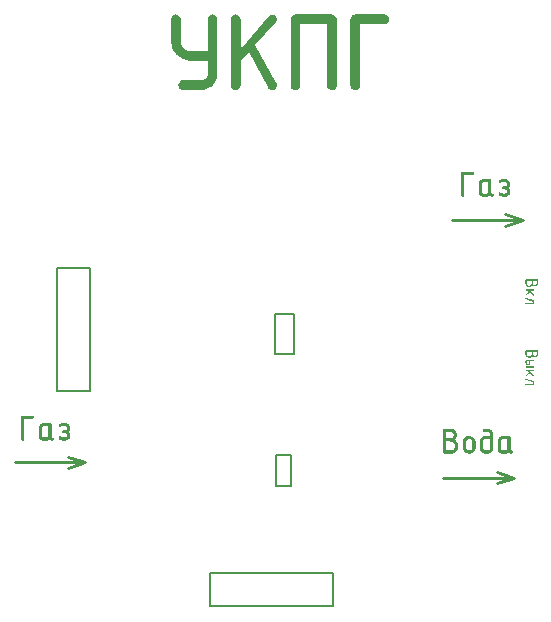
<source format=gto>
G04 Layer_Color=65535*
%FSLAX44Y44*%
%MOMM*%
G71*
G01*
G75*
%ADD21C,0.2000*%
%ADD22C,0.2540*%
G36*
X497003Y274073D02*
X497101Y274034D01*
X497179Y273956D01*
X497276Y273878D01*
X497335Y273741D01*
X497354Y273566D01*
Y273546D01*
Y273488D01*
X497335Y273390D01*
X497296Y273293D01*
X497218Y273215D01*
X497140Y273117D01*
X497003Y273058D01*
X496828Y273039D01*
X494214D01*
Y271986D01*
Y271966D01*
Y271947D01*
Y271830D01*
X494175Y271674D01*
X494136Y271479D01*
X494058Y271244D01*
X493960Y270991D01*
X493804Y270737D01*
X493589Y270503D01*
X493570Y270484D01*
X493472Y270406D01*
X493355Y270308D01*
X493180Y270191D01*
X492965Y270074D01*
X492711Y269976D01*
X492419Y269898D01*
X492107Y269879D01*
X491951D01*
X491795Y269918D01*
X491580Y269957D01*
X491346Y270035D01*
X491092Y270133D01*
X490839Y270289D01*
X490605Y270503D01*
X490585Y270523D01*
X490507Y270620D01*
X490410Y270737D01*
X490312Y270913D01*
X490195Y271127D01*
X490098Y271381D01*
X490019Y271674D01*
X490000Y271986D01*
Y273566D01*
Y273585D01*
Y273644D01*
X490019Y273741D01*
X490059Y273819D01*
X490117Y273917D01*
X490215Y274014D01*
X490332Y274073D01*
X490507Y274092D01*
X496906D01*
X497003Y274073D01*
D02*
G37*
G36*
Y268825D02*
X497101Y268787D01*
X497179Y268708D01*
X497276Y268630D01*
X497335Y268494D01*
X497354Y268318D01*
Y268299D01*
Y268240D01*
X497335Y268143D01*
X497296Y268045D01*
X497218Y267967D01*
X497140Y267870D01*
X497003Y267811D01*
X496828Y267792D01*
X490429D01*
X490351Y267811D01*
X490254Y267850D01*
X490156Y267928D01*
X490078Y268006D01*
X490019Y268143D01*
X490000Y268318D01*
Y268338D01*
Y268396D01*
X490019Y268494D01*
X490059Y268572D01*
X490117Y268669D01*
X490215Y268767D01*
X490332Y268825D01*
X490507Y268845D01*
X496906D01*
X497003Y268825D01*
D02*
G37*
G36*
Y265665D02*
X497101Y265626D01*
X497179Y265548D01*
X497276Y265470D01*
X497335Y265334D01*
X497354Y265158D01*
Y265139D01*
Y265080D01*
X497335Y264983D01*
X497296Y264885D01*
X497218Y264807D01*
X497140Y264709D01*
X497003Y264651D01*
X496828Y264631D01*
X493901D01*
X497198Y261335D01*
X497218Y261315D01*
X497276Y261237D01*
X497335Y261120D01*
X497354Y260964D01*
Y260945D01*
Y260886D01*
X497335Y260788D01*
X497296Y260691D01*
X497218Y260613D01*
X497140Y260515D01*
X497003Y260457D01*
X496828Y260437D01*
X496788D01*
X496711Y260457D01*
X496574Y260496D01*
X496457Y260593D01*
X494136Y262895D01*
X490819Y260535D01*
X490800Y260515D01*
X490722Y260476D01*
X490624Y260457D01*
X490507Y260437D01*
X490429D01*
X490351Y260457D01*
X490254Y260496D01*
X490156Y260574D01*
X490078Y260652D01*
X490019Y260788D01*
X490000Y260964D01*
Y260984D01*
Y261003D01*
X490019Y261120D01*
X490098Y261257D01*
X490137Y261335D01*
X490215Y261393D01*
X493375Y263656D01*
X492399Y264631D01*
X490429D01*
X490351Y264651D01*
X490254Y264690D01*
X490156Y264768D01*
X490078Y264846D01*
X490019Y264983D01*
X490000Y265158D01*
Y265178D01*
Y265236D01*
X490019Y265334D01*
X490059Y265412D01*
X490117Y265509D01*
X490215Y265607D01*
X490332Y265665D01*
X490507Y265685D01*
X496906D01*
X497003Y265665D01*
D02*
G37*
G36*
X460056Y427530D02*
X460251Y427491D01*
X460524Y427413D01*
X460798Y427218D01*
X460993Y426984D01*
X461149Y426671D01*
X461227Y426203D01*
Y415896D01*
Y415857D01*
Y415779D01*
X461266Y415662D01*
X461344Y415545D01*
X461461Y415389D01*
X461657Y415272D01*
X461891Y415194D01*
X462242Y415155D01*
X462398D01*
X462594Y415077D01*
X462789Y414999D01*
X462945Y414842D01*
X463140Y414608D01*
X463257Y414257D01*
X463296Y413827D01*
Y413788D01*
X463257Y413632D01*
X463218Y413398D01*
X463140Y413164D01*
X462945Y412929D01*
X462711Y412695D01*
X462359Y412539D01*
X461891Y412500D01*
X461618D01*
X461344Y412578D01*
X460993Y412656D01*
X460642Y412773D01*
X460212Y412968D01*
X459861Y413242D01*
X459510Y413593D01*
X459470Y413554D01*
X459314Y413437D01*
X459119Y413242D01*
X458807Y413046D01*
X458416Y412851D01*
X457948Y412656D01*
X457362Y412539D01*
X456738Y412500D01*
X454590D01*
X454356Y412539D01*
X454005Y412578D01*
X453575Y412656D01*
X453068Y412812D01*
X452560Y413046D01*
X452014Y413320D01*
X451506Y413749D01*
X451467Y413827D01*
X451311Y413983D01*
X451116Y414257D01*
X450882Y414647D01*
X450647Y415077D01*
X450452Y415623D01*
X450296Y416248D01*
X450257Y416912D01*
Y423119D01*
Y423158D01*
Y423197D01*
X450296Y423431D01*
X450335Y423783D01*
X450413Y424212D01*
X450569Y424719D01*
X450804Y425227D01*
X451077Y425774D01*
X451506Y426281D01*
X451584Y426320D01*
X451740Y426476D01*
X452014Y426671D01*
X452404Y426945D01*
X452834Y427179D01*
X453380Y427374D01*
X454005Y427530D01*
X454669Y427569D01*
X459900D01*
X460056Y427530D01*
D02*
G37*
G36*
X445299Y433738D02*
X445494Y433699D01*
X445768Y433620D01*
X446041Y433425D01*
X446236Y433191D01*
X446392Y432879D01*
X446470Y432410D01*
Y432371D01*
X446431Y432215D01*
X446392Y431981D01*
X446314Y431747D01*
X446119Y431512D01*
X445885Y431278D01*
X445533Y431122D01*
X445065Y431083D01*
X438233D01*
Y413827D01*
Y413788D01*
X438194Y413632D01*
X438155Y413398D01*
X438077Y413164D01*
X437881Y412929D01*
X437647Y412695D01*
X437296Y412539D01*
X436827Y412500D01*
X436788D01*
X436632Y412539D01*
X436398Y412578D01*
X436164Y412656D01*
X435929Y412812D01*
X435695Y413046D01*
X435539Y413398D01*
X435500Y413827D01*
Y432410D01*
Y432488D01*
X435539Y432645D01*
X435578Y432840D01*
X435656Y433113D01*
X435812Y433347D01*
X436046Y433582D01*
X436398Y433738D01*
X436827Y433777D01*
X445143D01*
X445299Y433738D01*
D02*
G37*
G36*
X500163Y282481D02*
X500261Y282442D01*
X500339Y282383D01*
X500436Y282285D01*
X500495Y282168D01*
X500514Y281993D01*
Y279359D01*
Y279340D01*
Y279301D01*
Y279242D01*
X500495Y279164D01*
X500475Y278969D01*
X500417Y278716D01*
X500339Y278403D01*
X500202Y278091D01*
X500007Y277779D01*
X499754Y277487D01*
X499715Y277448D01*
X499617Y277370D01*
X499461Y277253D01*
X499227Y277097D01*
X498954Y276960D01*
X498642Y276843D01*
X498291Y276765D01*
X497881Y276726D01*
X497764D01*
X497666Y276745D01*
X497432Y276784D01*
X497159Y276843D01*
X496828Y276960D01*
X496476Y277136D01*
X496320Y277253D01*
X496145Y277370D01*
X495989Y277526D01*
X495833Y277701D01*
X495813Y277682D01*
X495794Y277643D01*
X495735Y277565D01*
X495657Y277467D01*
X495579Y277350D01*
X495462Y277233D01*
X495326Y277097D01*
X495169Y276940D01*
X494974Y276804D01*
X494779Y276667D01*
X494565Y276550D01*
X494311Y276433D01*
X494058Y276336D01*
X493765Y276258D01*
X493472Y276219D01*
X493141Y276199D01*
X493024D01*
X492926Y276219D01*
X492809D01*
X492673Y276238D01*
X492380Y276316D01*
X492029Y276433D01*
X491658Y276589D01*
X491268Y276823D01*
X491092Y276980D01*
X490917Y277136D01*
Y277155D01*
X490878Y277175D01*
X490839Y277233D01*
X490780Y277292D01*
X490624Y277487D01*
X490468Y277760D01*
X490293Y278072D01*
X490137Y278462D01*
X490039Y278891D01*
X490019Y279125D01*
X490000Y279359D01*
Y281993D01*
Y282012D01*
Y282071D01*
X490019Y282149D01*
X490059Y282246D01*
X490117Y282344D01*
X490215Y282422D01*
X490332Y282481D01*
X490507Y282500D01*
X500066D01*
X500163Y282481D01*
D02*
G37*
G36*
X490683Y258311D02*
X496925Y256243D01*
X496945D01*
X496984Y256204D01*
X497062Y256165D01*
X497140Y256126D01*
X497218Y256048D01*
X497296Y255951D01*
X497335Y255853D01*
X497354Y255717D01*
Y253610D01*
Y253590D01*
Y253532D01*
X497335Y253434D01*
X497296Y253337D01*
X497218Y253259D01*
X497140Y253161D01*
X497003Y253103D01*
X496828Y253083D01*
X490429D01*
X490351Y253103D01*
X490254Y253142D01*
X490156Y253220D01*
X490078Y253298D01*
X490019Y253434D01*
X490000Y253610D01*
Y253629D01*
Y253688D01*
X490019Y253785D01*
X490059Y253863D01*
X490117Y253961D01*
X490215Y254058D01*
X490332Y254117D01*
X490507Y254137D01*
X496301D01*
Y255346D01*
X490351Y257316D01*
X490332D01*
X490293Y257336D01*
X490176Y257414D01*
X490117Y257492D01*
X490059Y257570D01*
X490019Y257667D01*
X490000Y257804D01*
Y257823D01*
Y257882D01*
X490019Y257980D01*
X490059Y258057D01*
X490137Y258155D01*
X490215Y258253D01*
X490351Y258311D01*
X490527Y258331D01*
X490585D01*
X490683Y258311D01*
D02*
G37*
G36*
X100751Y220991D02*
X101181Y220913D01*
X101688Y220757D01*
X102196Y220523D01*
X102743Y220171D01*
X103250Y219742D01*
X103289Y219703D01*
X103445Y219508D01*
X103680Y219235D01*
X103914Y218883D01*
X104148Y218415D01*
X104382Y217868D01*
X104538Y217283D01*
X104577Y216619D01*
Y216580D01*
Y216502D01*
Y216385D01*
X104538Y216228D01*
X104499Y215838D01*
X104382Y215331D01*
X104226Y214823D01*
X103953Y214315D01*
X103601Y213847D01*
X103133Y213496D01*
X103211Y213457D01*
X103367Y213340D01*
X103601Y213144D01*
X103875Y212832D01*
X104109Y212402D01*
X104343Y211895D01*
X104499Y211231D01*
X104577Y210411D01*
Y210373D01*
Y210333D01*
Y210099D01*
X104499Y209748D01*
X104421Y209318D01*
X104265Y208850D01*
X104031Y208303D01*
X103680Y207796D01*
X103250Y207288D01*
X103211Y207249D01*
X103016Y207093D01*
X102743Y206898D01*
X102391Y206664D01*
X101923Y206390D01*
X101376Y206195D01*
X100751Y206039D01*
X100088Y206000D01*
X98839D01*
X98604Y206039D01*
X98292Y206078D01*
X97863Y206156D01*
X97433Y206234D01*
X96887Y206390D01*
X96340Y206586D01*
X96262Y206625D01*
X96067Y206703D01*
X95793Y206859D01*
X95481Y207054D01*
X95169Y207288D01*
X94895Y207601D01*
X94700Y207913D01*
X94661Y208108D01*
X94622Y208303D01*
Y208342D01*
Y208381D01*
X94661Y208577D01*
X94739Y208850D01*
X94895Y209201D01*
Y209240D01*
X94935Y209279D01*
X95130Y209475D01*
X95364Y209631D01*
X95520Y209670D01*
X95715Y209709D01*
X95754D01*
X95833Y209670D01*
X95911Y209631D01*
X96106Y209592D01*
X96340Y209514D01*
X96652Y209357D01*
X97043Y209201D01*
X97082Y209162D01*
X97238Y209123D01*
X97472Y209045D01*
X97745Y208967D01*
X98409Y208772D01*
X98721Y208733D01*
X99034Y208694D01*
X100205D01*
X100322Y208733D01*
X100517Y208772D01*
X100908Y208928D01*
X101103Y209045D01*
X101298Y209201D01*
X101337Y209240D01*
X101376Y209279D01*
X101454Y209396D01*
X101571Y209553D01*
X101767Y209943D01*
X101806Y210177D01*
X101845Y210411D01*
Y210450D01*
Y210568D01*
X101806Y210685D01*
Y210880D01*
X101649Y211309D01*
X101532Y211505D01*
X101376Y211700D01*
X101298Y211778D01*
X101103Y211895D01*
X100751Y212051D01*
X100322Y212168D01*
X98917D01*
X98682Y212246D01*
X98370Y212363D01*
X98097Y212559D01*
X98019Y212637D01*
X97902Y212832D01*
X97785Y213105D01*
X97706Y213496D01*
Y213535D01*
Y213574D01*
X97745Y213808D01*
X97863Y214120D01*
X98097Y214433D01*
X98136Y214472D01*
X98175Y214511D01*
X98253Y214589D01*
X98409Y214667D01*
X98565Y214745D01*
X98799Y214784D01*
X99034Y214862D01*
X100127D01*
X100283Y214901D01*
X100517Y214940D01*
X100947Y215057D01*
X101181Y215174D01*
X101376Y215331D01*
X101415Y215369D01*
X101454Y215409D01*
X101532Y215526D01*
X101610Y215682D01*
X101767Y216072D01*
X101845Y216346D01*
Y216619D01*
Y216658D01*
Y216736D01*
X101806Y216853D01*
X101767Y217048D01*
X101649Y217439D01*
X101493Y217634D01*
X101337Y217829D01*
X101298Y217868D01*
X101259Y217907D01*
X101142Y217985D01*
X100986Y218102D01*
X100595Y218298D01*
X100361Y218337D01*
X100088Y218376D01*
X98721D01*
X98487Y218337D01*
X98214D01*
X97902Y218298D01*
X97511Y218220D01*
X97121Y218141D01*
X97082D01*
X96965Y218102D01*
X96769Y218063D01*
X96535Y218024D01*
X96067Y217829D01*
X95871Y217751D01*
X95715Y217634D01*
X95676D01*
X95637Y217595D01*
X95442Y217556D01*
X95286Y217517D01*
X95169Y217556D01*
X95013Y217634D01*
X94895Y217790D01*
Y217829D01*
X94857Y217868D01*
X94778Y218102D01*
X94661Y218415D01*
X94622Y218727D01*
Y218766D01*
X94661Y218883D01*
X94739Y219078D01*
X94857Y219313D01*
X95091Y219586D01*
X95403Y219898D01*
X95871Y220210D01*
X96184Y220328D01*
X96496Y220484D01*
X96574Y220523D01*
X96730Y220562D01*
X97004Y220679D01*
X97355Y220796D01*
X97745Y220874D01*
X98175Y220991D01*
X98604Y221030D01*
X99034Y221069D01*
X100400D01*
X100751Y220991D01*
D02*
G37*
G36*
X87556Y221030D02*
X87751Y220991D01*
X88025Y220913D01*
X88298Y220718D01*
X88493Y220484D01*
X88649Y220171D01*
X88727Y219703D01*
Y209396D01*
Y209357D01*
Y209279D01*
X88766Y209162D01*
X88844Y209045D01*
X88961Y208889D01*
X89157Y208772D01*
X89391Y208694D01*
X89742Y208655D01*
X89898D01*
X90094Y208577D01*
X90289Y208498D01*
X90445Y208342D01*
X90640Y208108D01*
X90757Y207757D01*
X90796Y207327D01*
Y207288D01*
X90757Y207132D01*
X90718Y206898D01*
X90640Y206664D01*
X90445Y206429D01*
X90211Y206195D01*
X89859Y206039D01*
X89391Y206000D01*
X89118D01*
X88844Y206078D01*
X88493Y206156D01*
X88142Y206273D01*
X87712Y206469D01*
X87361Y206742D01*
X87009Y207093D01*
X86970Y207054D01*
X86814Y206937D01*
X86619Y206742D01*
X86307Y206547D01*
X85916Y206351D01*
X85448Y206156D01*
X84862Y206039D01*
X84238Y206000D01*
X82091D01*
X81856Y206039D01*
X81505Y206078D01*
X81075Y206156D01*
X80568Y206312D01*
X80060Y206547D01*
X79514Y206820D01*
X79006Y207249D01*
X78967Y207327D01*
X78811Y207484D01*
X78616Y207757D01*
X78382Y208147D01*
X78147Y208577D01*
X77952Y209123D01*
X77796Y209748D01*
X77757Y210411D01*
Y216619D01*
Y216658D01*
Y216697D01*
X77796Y216931D01*
X77835Y217283D01*
X77913Y217712D01*
X78069Y218220D01*
X78304Y218727D01*
X78577Y219273D01*
X79006Y219781D01*
X79084Y219820D01*
X79241Y219976D01*
X79514Y220171D01*
X79904Y220445D01*
X80334Y220679D01*
X80880Y220874D01*
X81505Y221030D01*
X82169Y221069D01*
X87400D01*
X87556Y221030D01*
D02*
G37*
G36*
X72799Y227238D02*
X72994Y227199D01*
X73267Y227120D01*
X73541Y226925D01*
X73736Y226691D01*
X73892Y226379D01*
X73970Y225910D01*
Y225871D01*
X73931Y225715D01*
X73892Y225481D01*
X73814Y225247D01*
X73619Y225012D01*
X73385Y224778D01*
X73033Y224622D01*
X72565Y224583D01*
X65733D01*
Y207327D01*
Y207288D01*
X65694Y207132D01*
X65655Y206898D01*
X65577Y206664D01*
X65381Y206429D01*
X65147Y206195D01*
X64796Y206039D01*
X64327Y206000D01*
X64288D01*
X64132Y206039D01*
X63898Y206078D01*
X63664Y206156D01*
X63429Y206312D01*
X63195Y206547D01*
X63039Y206898D01*
X63000Y207327D01*
Y225910D01*
Y225988D01*
X63039Y226145D01*
X63078Y226340D01*
X63156Y226613D01*
X63312Y226847D01*
X63547Y227082D01*
X63898Y227238D01*
X64327Y227277D01*
X72643D01*
X72799Y227238D01*
D02*
G37*
G36*
X500163Y342481D02*
X500261Y342441D01*
X500339Y342383D01*
X500436Y342285D01*
X500495Y342168D01*
X500514Y341993D01*
Y339359D01*
Y339340D01*
Y339301D01*
Y339242D01*
X500495Y339164D01*
X500475Y338969D01*
X500417Y338716D01*
X500339Y338404D01*
X500202Y338091D01*
X500007Y337779D01*
X499754Y337487D01*
X499715Y337448D01*
X499617Y337370D01*
X499461Y337253D01*
X499227Y337096D01*
X498954Y336960D01*
X498642Y336843D01*
X498291Y336765D01*
X497881Y336726D01*
X497764D01*
X497666Y336745D01*
X497432Y336784D01*
X497159Y336843D01*
X496828Y336960D01*
X496476Y337136D01*
X496320Y337253D01*
X496145Y337370D01*
X495989Y337526D01*
X495833Y337701D01*
X495813Y337682D01*
X495794Y337643D01*
X495735Y337565D01*
X495657Y337467D01*
X495579Y337350D01*
X495462Y337233D01*
X495326Y337096D01*
X495169Y336940D01*
X494974Y336804D01*
X494779Y336667D01*
X494565Y336550D01*
X494311Y336433D01*
X494058Y336336D01*
X493765Y336258D01*
X493472Y336219D01*
X493141Y336199D01*
X493024D01*
X492926Y336219D01*
X492809D01*
X492673Y336238D01*
X492380Y336316D01*
X492029Y336433D01*
X491658Y336589D01*
X491268Y336823D01*
X491092Y336979D01*
X490917Y337136D01*
Y337155D01*
X490878Y337175D01*
X490839Y337233D01*
X490780Y337292D01*
X490624Y337487D01*
X490468Y337760D01*
X490293Y338072D01*
X490137Y338462D01*
X490039Y338891D01*
X490019Y339125D01*
X490000Y339359D01*
Y341993D01*
Y342012D01*
Y342071D01*
X490019Y342149D01*
X490059Y342246D01*
X490117Y342344D01*
X490215Y342422D01*
X490332Y342481D01*
X490507Y342500D01*
X500066D01*
X500163Y342481D01*
D02*
G37*
G36*
X497003Y334073D02*
X497101Y334034D01*
X497179Y333956D01*
X497276Y333878D01*
X497335Y333741D01*
X497354Y333566D01*
Y333546D01*
Y333488D01*
X497335Y333390D01*
X497296Y333293D01*
X497218Y333215D01*
X497140Y333117D01*
X497003Y333059D01*
X496828Y333039D01*
X493901D01*
X497198Y329742D01*
X497218Y329723D01*
X497276Y329645D01*
X497335Y329528D01*
X497354Y329372D01*
Y329352D01*
Y329294D01*
X497335Y329196D01*
X497296Y329099D01*
X497218Y329021D01*
X497140Y328923D01*
X497003Y328865D01*
X496828Y328845D01*
X496788D01*
X496711Y328865D01*
X496574Y328904D01*
X496457Y329001D01*
X494136Y331303D01*
X490819Y328942D01*
X490800Y328923D01*
X490722Y328884D01*
X490624Y328865D01*
X490507Y328845D01*
X490429D01*
X490351Y328865D01*
X490254Y328904D01*
X490156Y328982D01*
X490078Y329060D01*
X490019Y329196D01*
X490000Y329372D01*
Y329391D01*
Y329411D01*
X490019Y329528D01*
X490098Y329664D01*
X490137Y329742D01*
X490215Y329801D01*
X493375Y332064D01*
X492399Y333039D01*
X490429D01*
X490351Y333059D01*
X490254Y333098D01*
X490156Y333176D01*
X490078Y333254D01*
X490019Y333390D01*
X490000Y333566D01*
Y333585D01*
Y333644D01*
X490019Y333741D01*
X490059Y333819D01*
X490117Y333917D01*
X490215Y334014D01*
X490332Y334073D01*
X490507Y334092D01*
X496906D01*
X497003Y334073D01*
D02*
G37*
G36*
X490683Y326719D02*
X496925Y324651D01*
X496945D01*
X496984Y324612D01*
X497062Y324573D01*
X497140Y324534D01*
X497218Y324456D01*
X497296Y324358D01*
X497335Y324261D01*
X497354Y324124D01*
Y322018D01*
Y321998D01*
Y321939D01*
X497335Y321842D01*
X497296Y321744D01*
X497218Y321666D01*
X497140Y321569D01*
X497003Y321510D01*
X496828Y321491D01*
X490429D01*
X490351Y321510D01*
X490254Y321549D01*
X490156Y321627D01*
X490078Y321705D01*
X490019Y321842D01*
X490000Y322018D01*
Y322037D01*
Y322095D01*
X490019Y322193D01*
X490059Y322271D01*
X490117Y322369D01*
X490215Y322466D01*
X490332Y322525D01*
X490507Y322544D01*
X496301D01*
Y323754D01*
X490351Y325724D01*
X490332D01*
X490293Y325743D01*
X490176Y325821D01*
X490117Y325899D01*
X490059Y325977D01*
X490019Y326075D01*
X490000Y326212D01*
Y326231D01*
Y326289D01*
X490019Y326387D01*
X490059Y326465D01*
X490137Y326563D01*
X490215Y326660D01*
X490351Y326719D01*
X490527Y326738D01*
X490585D01*
X490683Y326719D01*
D02*
G37*
G36*
X473251Y427491D02*
X473681Y427413D01*
X474188Y427257D01*
X474696Y427023D01*
X475243Y426671D01*
X475750Y426242D01*
X475789Y426203D01*
X475945Y426008D01*
X476180Y425734D01*
X476414Y425383D01*
X476648Y424915D01*
X476882Y424368D01*
X477038Y423783D01*
X477077Y423119D01*
Y423080D01*
Y423002D01*
Y422885D01*
X477038Y422728D01*
X476999Y422338D01*
X476882Y421830D01*
X476726Y421323D01*
X476453Y420816D01*
X476101Y420347D01*
X475633Y419996D01*
X475711Y419957D01*
X475867Y419840D01*
X476101Y419644D01*
X476375Y419332D01*
X476609Y418903D01*
X476843Y418395D01*
X476999Y417731D01*
X477077Y416912D01*
Y416872D01*
Y416833D01*
Y416599D01*
X476999Y416248D01*
X476921Y415818D01*
X476765Y415350D01*
X476531Y414803D01*
X476180Y414296D01*
X475750Y413788D01*
X475711Y413749D01*
X475516Y413593D01*
X475243Y413398D01*
X474891Y413164D01*
X474423Y412890D01*
X473876Y412695D01*
X473251Y412539D01*
X472588Y412500D01*
X471339D01*
X471104Y412539D01*
X470792Y412578D01*
X470363Y412656D01*
X469933Y412734D01*
X469386Y412890D01*
X468840Y413086D01*
X468762Y413125D01*
X468567Y413203D01*
X468293Y413359D01*
X467981Y413554D01*
X467669Y413788D01*
X467396Y414101D01*
X467200Y414413D01*
X467161Y414608D01*
X467122Y414803D01*
Y414842D01*
Y414881D01*
X467161Y415077D01*
X467239Y415350D01*
X467396Y415701D01*
Y415740D01*
X467435Y415779D01*
X467630Y415975D01*
X467864Y416131D01*
X468020Y416170D01*
X468215Y416209D01*
X468254D01*
X468332Y416170D01*
X468410Y416131D01*
X468606Y416092D01*
X468840Y416014D01*
X469152Y415857D01*
X469543Y415701D01*
X469582Y415662D01*
X469738Y415623D01*
X469972Y415545D01*
X470245Y415467D01*
X470909Y415272D01*
X471221Y415233D01*
X471534Y415194D01*
X472705D01*
X472822Y415233D01*
X473017Y415272D01*
X473408Y415428D01*
X473603Y415545D01*
X473798Y415701D01*
X473837Y415740D01*
X473876Y415779D01*
X473954Y415896D01*
X474071Y416053D01*
X474267Y416443D01*
X474306Y416677D01*
X474345Y416912D01*
Y416950D01*
Y417068D01*
X474306Y417185D01*
Y417380D01*
X474149Y417809D01*
X474032Y418005D01*
X473876Y418200D01*
X473798Y418278D01*
X473603Y418395D01*
X473251Y418551D01*
X472822Y418668D01*
X471417D01*
X471182Y418746D01*
X470870Y418863D01*
X470597Y419059D01*
X470519Y419137D01*
X470402Y419332D01*
X470285Y419605D01*
X470206Y419996D01*
Y420035D01*
Y420074D01*
X470245Y420308D01*
X470363Y420620D01*
X470597Y420933D01*
X470636Y420972D01*
X470675Y421011D01*
X470753Y421089D01*
X470909Y421167D01*
X471065Y421245D01*
X471300Y421284D01*
X471534Y421362D01*
X472627D01*
X472783Y421401D01*
X473017Y421440D01*
X473447Y421557D01*
X473681Y421674D01*
X473876Y421830D01*
X473915Y421870D01*
X473954Y421909D01*
X474032Y422026D01*
X474110Y422182D01*
X474267Y422572D01*
X474345Y422845D01*
Y423119D01*
Y423158D01*
Y423236D01*
X474306Y423353D01*
X474267Y423548D01*
X474149Y423939D01*
X473993Y424134D01*
X473837Y424329D01*
X473798Y424368D01*
X473759Y424407D01*
X473642Y424485D01*
X473486Y424602D01*
X473095Y424798D01*
X472861Y424837D01*
X472588Y424876D01*
X471221D01*
X470987Y424837D01*
X470714D01*
X470402Y424798D01*
X470011Y424719D01*
X469621Y424641D01*
X469582D01*
X469465Y424602D01*
X469269Y424563D01*
X469035Y424524D01*
X468567Y424329D01*
X468372Y424251D01*
X468215Y424134D01*
X468176D01*
X468137Y424095D01*
X467942Y424056D01*
X467786Y424017D01*
X467669Y424056D01*
X467513Y424134D01*
X467396Y424290D01*
Y424329D01*
X467356Y424368D01*
X467278Y424602D01*
X467161Y424915D01*
X467122Y425227D01*
Y425266D01*
X467161Y425383D01*
X467239Y425578D01*
X467356Y425813D01*
X467591Y426086D01*
X467903Y426398D01*
X468372Y426711D01*
X468684Y426828D01*
X468996Y426984D01*
X469074Y427023D01*
X469230Y427062D01*
X469504Y427179D01*
X469855Y427296D01*
X470245Y427374D01*
X470675Y427491D01*
X471104Y427530D01*
X471534Y427569D01*
X472900D01*
X473251Y427491D01*
D02*
G37*
G36*
X371262Y566741D02*
X371848Y566623D01*
X372668Y566389D01*
X373489Y565803D01*
X374074Y565100D01*
X374543Y564163D01*
X374777Y562757D01*
Y562640D01*
X374660Y562171D01*
X374543Y561468D01*
X374309Y560765D01*
X373723Y560062D01*
X373020Y559359D01*
X371965Y558890D01*
X370559Y558773D01*
X350055D01*
Y506984D01*
Y506867D01*
X349937Y506398D01*
X349820Y505695D01*
X349586Y504992D01*
X349000Y504289D01*
X348297Y503586D01*
X347242Y503117D01*
X345836Y503000D01*
X345719D01*
X345251Y503117D01*
X344548Y503234D01*
X343844Y503469D01*
X343142Y503937D01*
X342438Y504640D01*
X341970Y505695D01*
X341853Y506984D01*
Y562757D01*
Y562991D01*
X341970Y563460D01*
X342087Y564046D01*
X342321Y564866D01*
X342790Y565569D01*
X343493Y566272D01*
X344548Y566741D01*
X345836Y566858D01*
X370794D01*
X371262Y566741D01*
D02*
G37*
G36*
X458767Y216199D02*
X459196Y216120D01*
X459703Y215964D01*
X460211Y215730D01*
X460757Y215379D01*
X461265Y214949D01*
X461304Y214910D01*
X461460Y214715D01*
X461694Y214442D01*
X461929Y214090D01*
X462163Y213622D01*
X462397Y213075D01*
X462553Y212490D01*
X462592Y211826D01*
Y199412D01*
Y199372D01*
Y199333D01*
Y199099D01*
X462514Y198748D01*
X462436Y198318D01*
X462280Y197850D01*
X462046Y197303D01*
X461694Y196796D01*
X461265Y196288D01*
X461226Y196249D01*
X461031Y196093D01*
X460757Y195898D01*
X460406Y195664D01*
X459938Y195390D01*
X459391Y195195D01*
X458767Y195039D01*
X458103Y195000D01*
X455956D01*
X455721Y195039D01*
X455370Y195078D01*
X454941Y195156D01*
X454433Y195312D01*
X453926Y195546D01*
X453379Y195859D01*
X452872Y196288D01*
X452832Y196366D01*
X452676Y196523D01*
X452481Y196796D01*
X452247Y197147D01*
X452013Y197616D01*
X451817Y198162D01*
X451661Y198748D01*
X451622Y199412D01*
Y205619D01*
Y205658D01*
Y205697D01*
X451661Y205931D01*
X451700Y206283D01*
X451778Y206712D01*
X451935Y207219D01*
X452169Y207727D01*
X452481Y208274D01*
X452910Y208781D01*
X452989Y208820D01*
X453145Y208976D01*
X453418Y209171D01*
X453769Y209445D01*
X454238Y209679D01*
X454785Y209874D01*
X455370Y210030D01*
X456034Y210069D01*
X459860D01*
Y211826D01*
Y211865D01*
Y211943D01*
X459821Y212099D01*
X459782Y212256D01*
X459664Y212685D01*
X459508Y212880D01*
X459352Y213075D01*
X459313Y213114D01*
X459274Y213153D01*
X459157Y213232D01*
X459001Y213349D01*
X458610Y213505D01*
X458376Y213544D01*
X458103Y213583D01*
X454980D01*
X454823Y213622D01*
X454589Y213661D01*
X454355Y213739D01*
X454121Y213895D01*
X453886Y214130D01*
X453730Y214481D01*
X453691Y214910D01*
Y214988D01*
X453730Y215145D01*
X453769Y215340D01*
X453848Y215613D01*
X454004Y215847D01*
X454238Y216082D01*
X454589Y216238D01*
X455019Y216277D01*
X458415D01*
X458767Y216199D01*
D02*
G37*
G36*
X326855Y566741D02*
X327441Y566623D01*
X328261Y566389D01*
X329081Y565803D01*
X329667Y565100D01*
X330136Y564163D01*
X330370Y562757D01*
Y506984D01*
Y506867D01*
X330253Y506398D01*
X330136Y505695D01*
X329901Y504992D01*
X329315Y504289D01*
X328612Y503586D01*
X327558Y503117D01*
X326152Y503000D01*
X326035D01*
X325566Y503117D01*
X324863Y503234D01*
X324160Y503469D01*
X323457Y503937D01*
X322754Y504640D01*
X322285Y505695D01*
X322168Y506984D01*
Y558773D01*
X299437D01*
Y506984D01*
Y506867D01*
X299320Y506398D01*
X299203Y505695D01*
X298968Y504992D01*
X298382Y504289D01*
X297679Y503586D01*
X296625Y503117D01*
X295219Y503000D01*
X295102D01*
X294633Y503117D01*
X293930Y503234D01*
X293227Y503469D01*
X292524Y503937D01*
X291821Y504640D01*
X291352Y505695D01*
X291235Y506984D01*
Y562757D01*
Y562991D01*
X291352Y563460D01*
X291469Y564046D01*
X291704Y564866D01*
X292172Y565569D01*
X292875Y566272D01*
X293930Y566741D01*
X295219Y566858D01*
X326386D01*
X326855Y566741D01*
D02*
G37*
G36*
X476178Y210030D02*
X476373Y209991D01*
X476647Y209913D01*
X476920Y209718D01*
X477115Y209484D01*
X477271Y209171D01*
X477350Y208703D01*
Y198396D01*
Y198357D01*
Y198279D01*
X477388Y198162D01*
X477467Y198045D01*
X477584Y197889D01*
X477779Y197772D01*
X478013Y197694D01*
X478364Y197655D01*
X478521D01*
X478716Y197577D01*
X478911Y197498D01*
X479067Y197342D01*
X479262Y197108D01*
X479380Y196757D01*
X479419Y196327D01*
Y196288D01*
X479380Y196132D01*
X479341Y195898D01*
X479262Y195664D01*
X479067Y195429D01*
X478833Y195195D01*
X478482Y195039D01*
X478013Y195000D01*
X477740D01*
X477467Y195078D01*
X477115Y195156D01*
X476764Y195273D01*
X476334Y195469D01*
X475983Y195742D01*
X475632Y196093D01*
X475593Y196054D01*
X475437Y195937D01*
X475241Y195742D01*
X474929Y195546D01*
X474539Y195351D01*
X474070Y195156D01*
X473484Y195039D01*
X472860Y195000D01*
X470713D01*
X470479Y195039D01*
X470127Y195078D01*
X469698Y195156D01*
X469190Y195312D01*
X468683Y195546D01*
X468136Y195820D01*
X467629Y196249D01*
X467589Y196327D01*
X467433Y196483D01*
X467238Y196757D01*
X467004Y197147D01*
X466770Y197577D01*
X466575Y198123D01*
X466418Y198748D01*
X466379Y199412D01*
Y205619D01*
Y205658D01*
Y205697D01*
X466418Y205931D01*
X466457Y206283D01*
X466535Y206712D01*
X466692Y207219D01*
X466926Y207727D01*
X467199Y208274D01*
X467629Y208781D01*
X467707Y208820D01*
X467863Y208976D01*
X468136Y209171D01*
X468526Y209445D01*
X468956Y209679D01*
X469502Y209874D01*
X470127Y210030D01*
X470791Y210069D01*
X476022D01*
X476178Y210030D01*
D02*
G37*
G36*
X426871Y216238D02*
X427300Y216199D01*
X427847Y216082D01*
X428472Y215886D01*
X429135Y215613D01*
X429799Y215223D01*
X430424Y214676D01*
X430502Y214598D01*
X430658Y214403D01*
X430931Y214051D01*
X431244Y213583D01*
X431517Y213036D01*
X431790Y212373D01*
X431946Y211592D01*
X432024Y210772D01*
Y210733D01*
Y210655D01*
Y210538D01*
X431985Y210343D01*
X431907Y209874D01*
X431790Y209289D01*
X431556Y208664D01*
X431204Y208000D01*
X430970Y207649D01*
X430736Y207337D01*
X430424Y207063D01*
X430072Y206790D01*
X430111D01*
X430189Y206712D01*
X430345Y206634D01*
X430541Y206478D01*
X430775Y206283D01*
X431009Y206087D01*
X431283Y205814D01*
X431556Y205502D01*
X431829Y205150D01*
X432102Y204760D01*
X432337Y204331D01*
X432571Y203862D01*
X432766Y203316D01*
X432922Y202769D01*
X433000Y202144D01*
X433039Y201481D01*
Y201442D01*
Y201364D01*
Y201207D01*
X433000Y201012D01*
Y200817D01*
X432922Y200544D01*
X432805Y199880D01*
X432571Y199177D01*
X432220Y198396D01*
X432024Y198006D01*
X431751Y197616D01*
X431478Y197225D01*
X431126Y196874D01*
X431087Y196835D01*
X431048Y196796D01*
X430931Y196718D01*
X430775Y196601D01*
X430385Y196288D01*
X429838Y195937D01*
X429135Y195586D01*
X428354Y195312D01*
X427457Y195078D01*
X426988Y195039D01*
X426481Y195000D01*
X421288D01*
X421132Y195039D01*
X420898Y195078D01*
X420664Y195156D01*
X420429Y195312D01*
X420195Y195546D01*
X420039Y195898D01*
X420000Y196327D01*
Y214910D01*
Y214988D01*
X420039Y215145D01*
X420078Y215340D01*
X420156Y215613D01*
X420312Y215847D01*
X420547Y216082D01*
X420898Y216238D01*
X421327Y216277D01*
X426715D01*
X426871Y216238D01*
D02*
G37*
G36*
X276237Y566741D02*
X276823Y566623D01*
X277643Y566389D01*
X278463Y565803D01*
X279049Y565100D01*
X279518Y564163D01*
X279752Y562757D01*
Y562640D01*
Y562523D01*
X279518Y561819D01*
X279284Y561351D01*
X278932Y560882D01*
X278463Y560296D01*
X277878Y559710D01*
X261122Y540963D01*
X279167Y508976D01*
X279284Y508858D01*
X279518Y508390D01*
X279635Y507687D01*
X279752Y506984D01*
Y506867D01*
Y506749D01*
X279635Y506046D01*
X279167Y505109D01*
X278932Y504640D01*
X278463Y504172D01*
X278229Y503937D01*
X277643Y503586D01*
X276706Y503234D01*
X275534Y503000D01*
X275183D01*
X274714Y503117D01*
X274128Y503352D01*
X273542Y503586D01*
X272957Y504054D01*
X272371Y504758D01*
X271902Y505578D01*
X255615Y535339D01*
X248819Y527137D01*
Y506984D01*
Y506867D01*
X248702Y506398D01*
X248585Y505695D01*
X248351Y504992D01*
X247765Y504289D01*
X247062Y503586D01*
X246007Y503117D01*
X244601Y503000D01*
X244484D01*
X244016Y503117D01*
X243312Y503234D01*
X242609Y503469D01*
X241906Y503937D01*
X241203Y504640D01*
X240735Y505695D01*
X240618Y506984D01*
Y562757D01*
Y562991D01*
X240735Y563460D01*
X240852Y564046D01*
X241086Y564866D01*
X241555Y565569D01*
X242258Y566272D01*
X243312Y566741D01*
X244601Y566858D01*
X244836D01*
X245304Y566741D01*
X245890Y566623D01*
X246710Y566389D01*
X247531Y565803D01*
X248116Y565100D01*
X248585Y564163D01*
X248819Y562757D01*
Y537565D01*
X272722Y565686D01*
X272957Y565920D01*
X273425Y566272D01*
X274363Y566623D01*
X275534Y566858D01*
X275769D01*
X276237Y566741D01*
D02*
G37*
G36*
X442721Y210030D02*
X443151Y209991D01*
X443697Y209874D01*
X444283Y209679D01*
X444946Y209406D01*
X445610Y209015D01*
X446235Y208469D01*
X446313Y208391D01*
X446469Y208195D01*
X446742Y207844D01*
X447055Y207376D01*
X447328Y206829D01*
X447601Y206165D01*
X447757Y205385D01*
X447835Y204565D01*
Y200466D01*
Y200427D01*
Y200348D01*
Y200231D01*
X447796Y200075D01*
X447757Y199685D01*
X447640Y199138D01*
X447445Y198514D01*
X447133Y197889D01*
X446742Y197225D01*
X446196Y196601D01*
X446118Y196523D01*
X445922Y196366D01*
X445571Y196093D01*
X445103Y195820D01*
X444556Y195508D01*
X443892Y195234D01*
X443151Y195078D01*
X442331Y195000D01*
X442096D01*
X441940Y195039D01*
X441511Y195078D01*
X440964Y195195D01*
X440379Y195390D01*
X439715Y195664D01*
X439051Y196054D01*
X438427Y196562D01*
X438349Y196640D01*
X438192Y196835D01*
X437919Y197186D01*
X437646Y197655D01*
X437373Y198201D01*
X437099Y198904D01*
X436943Y199646D01*
X436865Y200466D01*
Y204565D01*
Y204604D01*
Y204682D01*
Y204799D01*
X436904Y204955D01*
X436943Y205385D01*
X437060Y205931D01*
X437256Y206517D01*
X437529Y207180D01*
X437919Y207844D01*
X438427Y208469D01*
X438505Y208547D01*
X438700Y208703D01*
X439051Y208976D01*
X439520Y209289D01*
X440066Y209562D01*
X440769Y209835D01*
X441511Y209991D01*
X442331Y210069D01*
X442565D01*
X442721Y210030D01*
D02*
G37*
G36*
X225620Y566741D02*
X226206Y566623D01*
X227026Y566389D01*
X227846Y565803D01*
X228432Y565100D01*
X228901Y564163D01*
X229135Y562757D01*
Y516240D01*
Y516123D01*
Y516006D01*
Y515303D01*
X228901Y514248D01*
X228666Y512960D01*
X228197Y511553D01*
X227495Y509913D01*
X226440Y508390D01*
X225151Y506867D01*
X225034Y506749D01*
X224448Y506281D01*
X223628Y505695D01*
X222573Y504992D01*
X221167Y504172D01*
X219527Y503586D01*
X217652Y503117D01*
X215660Y503000D01*
X200077D01*
X199608Y503117D01*
X198905Y503234D01*
X198202Y503469D01*
X197382Y503937D01*
X196796Y504640D01*
X196327Y505695D01*
X196093Y506984D01*
Y507218D01*
X196210Y507687D01*
X196327Y508273D01*
X196562Y509093D01*
X197147Y509796D01*
X197850Y510499D01*
X198788Y510968D01*
X200194Y511085D01*
X216012D01*
X216363Y511202D01*
X216949Y511319D01*
X218121Y511788D01*
X218707Y512139D01*
X219293Y512608D01*
X219410Y512725D01*
X219527Y512842D01*
X219761Y513194D01*
X220113Y513662D01*
X220699Y514834D01*
X220816Y515537D01*
X220933Y516240D01*
Y527723D01*
X206052D01*
X205466Y527840D01*
X204881D01*
X204060Y527957D01*
X203240Y528192D01*
X201131Y528778D01*
X199960Y529246D01*
X198788Y529832D01*
X197616Y530418D01*
X196444Y531238D01*
X195273Y532293D01*
X194101Y533347D01*
X193046Y534636D01*
X192109Y536159D01*
X191992Y536276D01*
X191758Y536745D01*
X191406Y537448D01*
X191054Y538385D01*
X190703Y539557D01*
X190352Y540963D01*
X190117Y542486D01*
X190000Y544127D01*
Y562757D01*
Y562991D01*
X190117Y563460D01*
X190234Y564046D01*
X190469Y564866D01*
X190937Y565569D01*
X191640Y566272D01*
X192695Y566741D01*
X193984Y566858D01*
X194218D01*
X194687Y566741D01*
X195273Y566623D01*
X196093Y566389D01*
X196913Y565803D01*
X197499Y565100D01*
X197968Y564163D01*
X198202Y562757D01*
Y544127D01*
Y544010D01*
Y543541D01*
X198319Y542838D01*
X198553Y542018D01*
X198788Y541080D01*
X199139Y540143D01*
X199725Y539088D01*
X200545Y538151D01*
X200662Y538034D01*
X201014Y537800D01*
X201483Y537448D01*
X202186Y536979D01*
X203006Y536511D01*
X204060Y536159D01*
X205232Y535925D01*
X206404Y535808D01*
X220933D01*
Y562757D01*
Y562991D01*
X221050Y563460D01*
X221167Y564046D01*
X221402Y564866D01*
X221870Y565569D01*
X222573Y566272D01*
X223628Y566741D01*
X224917Y566858D01*
X225151D01*
X225620Y566741D01*
D02*
G37*
%LPC*%
G36*
X493160Y273039D02*
X491053D01*
Y271986D01*
Y271966D01*
Y271908D01*
X491073Y271830D01*
X491092Y271732D01*
X491131Y271615D01*
X491170Y271498D01*
X491249Y271361D01*
X491346Y271244D01*
X491366Y271225D01*
X491404Y271186D01*
X491463Y271147D01*
X491561Y271088D01*
X491678Y271030D01*
X491795Y270971D01*
X491951Y270952D01*
X492107Y270932D01*
X492185D01*
X492263Y270952D01*
X492360Y270971D01*
X492477Y271010D01*
X492594Y271069D01*
X492731Y271147D01*
X492848Y271244D01*
X492868Y271264D01*
X492907Y271303D01*
X492946Y271361D01*
X493004Y271459D01*
X493063Y271556D01*
X493121Y271693D01*
X493141Y271830D01*
X493160Y271986D01*
Y273039D01*
D02*
G37*
G36*
X458494Y424876D02*
X454551D01*
X454434Y424837D01*
X454239Y424798D01*
X453849Y424680D01*
X453653Y424524D01*
X453458Y424368D01*
Y424329D01*
X453380Y424290D01*
X453302Y424173D01*
X453224Y424017D01*
X453068Y423626D01*
X453029Y423392D01*
X452990Y423119D01*
Y416912D01*
Y416872D01*
Y416794D01*
X453029Y416677D01*
X453068Y416482D01*
X453224Y416092D01*
X453341Y415896D01*
X453497Y415701D01*
X453536Y415662D01*
X453575Y415623D01*
X453693Y415545D01*
X453849Y415467D01*
X454200Y415272D01*
X454434Y415233D01*
X454669Y415194D01*
X456855D01*
X456972Y415233D01*
X457167Y415272D01*
X457557Y415428D01*
X457753Y415545D01*
X457948Y415701D01*
X457987Y415740D01*
X458026Y415779D01*
X458104Y415896D01*
X458221Y416053D01*
X458416Y416443D01*
X458455Y416677D01*
X458494Y416912D01*
Y424876D01*
D02*
G37*
G36*
X495247Y281447D02*
X491053D01*
Y279359D01*
Y279340D01*
Y279320D01*
X491073Y279203D01*
X491092Y279047D01*
X491131Y278852D01*
X491209Y278618D01*
X491307Y278365D01*
X491463Y278111D01*
X491658Y277877D01*
X491678Y277857D01*
X491775Y277779D01*
X491892Y277682D01*
X492068Y277565D01*
X492282Y277448D01*
X492536Y277350D01*
X492829Y277272D01*
X493141Y277253D01*
X493297D01*
X493453Y277292D01*
X493648Y277331D01*
X493882Y277409D01*
X494136Y277506D01*
X494389Y277662D01*
X494623Y277877D01*
X494643Y277896D01*
X494721Y277994D01*
X494818Y278111D01*
X494935Y278286D01*
X495052Y278501D01*
X495150Y278755D01*
X495228Y279047D01*
X495247Y279359D01*
Y281447D01*
D02*
G37*
G36*
X499461D02*
X496301D01*
Y279359D01*
Y279340D01*
Y279242D01*
X496320Y279125D01*
X496359Y278969D01*
X496418Y278813D01*
X496496Y278618D01*
X496593Y278423D01*
X496749Y278247D01*
X496769Y278228D01*
X496828Y278169D01*
X496925Y278091D01*
X497062Y278013D01*
X497237Y277935D01*
X497432Y277857D01*
X497647Y277799D01*
X497881Y277779D01*
X497998D01*
X498115Y277799D01*
X498271Y277838D01*
X498427Y277896D01*
X498622Y277974D01*
X498817Y278091D01*
X498993Y278247D01*
X499012Y278267D01*
X499071Y278326D01*
X499149Y278423D01*
X499227Y278560D01*
X499305Y278716D01*
X499383Y278911D01*
X499441Y279125D01*
X499461Y279359D01*
Y281447D01*
D02*
G37*
G36*
X85994Y218376D02*
X82051D01*
X81934Y218337D01*
X81739Y218298D01*
X81349Y218180D01*
X81153Y218024D01*
X80958Y217868D01*
Y217829D01*
X80880Y217790D01*
X80802Y217673D01*
X80724Y217517D01*
X80568Y217126D01*
X80529Y216892D01*
X80490Y216619D01*
Y210411D01*
Y210373D01*
Y210294D01*
X80529Y210177D01*
X80568Y209982D01*
X80724Y209592D01*
X80841Y209396D01*
X80997Y209201D01*
X81036Y209162D01*
X81075Y209123D01*
X81193Y209045D01*
X81349Y208967D01*
X81700Y208772D01*
X81934Y208733D01*
X82169Y208694D01*
X84355D01*
X84472Y208733D01*
X84667Y208772D01*
X85057Y208928D01*
X85253Y209045D01*
X85448Y209201D01*
X85487Y209240D01*
X85526Y209279D01*
X85604Y209396D01*
X85721Y209553D01*
X85916Y209943D01*
X85955Y210177D01*
X85994Y210411D01*
Y218376D01*
D02*
G37*
G36*
X495247Y341447D02*
X491053D01*
Y339359D01*
Y339340D01*
Y339320D01*
X491073Y339203D01*
X491092Y339047D01*
X491131Y338852D01*
X491209Y338618D01*
X491307Y338364D01*
X491463Y338111D01*
X491658Y337877D01*
X491678Y337857D01*
X491775Y337779D01*
X491892Y337682D01*
X492068Y337565D01*
X492282Y337448D01*
X492536Y337350D01*
X492829Y337272D01*
X493141Y337253D01*
X493297D01*
X493453Y337292D01*
X493648Y337331D01*
X493882Y337409D01*
X494136Y337506D01*
X494389Y337662D01*
X494623Y337877D01*
X494643Y337896D01*
X494721Y337994D01*
X494818Y338111D01*
X494935Y338287D01*
X495052Y338501D01*
X495150Y338755D01*
X495228Y339047D01*
X495247Y339359D01*
Y341447D01*
D02*
G37*
G36*
X499461D02*
X496301D01*
Y339359D01*
Y339340D01*
Y339242D01*
X496320Y339125D01*
X496359Y338969D01*
X496418Y338813D01*
X496496Y338618D01*
X496593Y338423D01*
X496749Y338247D01*
X496769Y338228D01*
X496828Y338169D01*
X496925Y338091D01*
X497062Y338013D01*
X497237Y337935D01*
X497432Y337857D01*
X497647Y337799D01*
X497881Y337779D01*
X497998D01*
X498115Y337799D01*
X498271Y337838D01*
X498427Y337896D01*
X498622Y337974D01*
X498817Y338091D01*
X498993Y338247D01*
X499012Y338267D01*
X499071Y338326D01*
X499149Y338423D01*
X499227Y338560D01*
X499305Y338716D01*
X499383Y338911D01*
X499441Y339125D01*
X499461Y339359D01*
Y341447D01*
D02*
G37*
G36*
X459860Y207376D02*
X455917D01*
X455799Y207337D01*
X455604Y207297D01*
X455214Y207180D01*
X455019Y207024D01*
X454823Y206868D01*
X454785Y206829D01*
X454745Y206790D01*
X454667Y206673D01*
X454589Y206517D01*
X454394Y206126D01*
X454355Y205892D01*
X454316Y205619D01*
Y199412D01*
Y199372D01*
Y199294D01*
X454355Y199177D01*
X454394Y198982D01*
X454550Y198592D01*
X454667Y198396D01*
X454823Y198201D01*
X454863Y198162D01*
X454902Y198123D01*
X455019Y198045D01*
X455175Y197967D01*
X455565Y197772D01*
X455799Y197733D01*
X456034Y197694D01*
X458220D01*
X458337Y197733D01*
X458532Y197772D01*
X458923Y197928D01*
X459118Y198045D01*
X459313Y198201D01*
X459352Y198240D01*
X459391Y198279D01*
X459469Y198396D01*
X459586Y198553D01*
X459782Y198943D01*
X459821Y199177D01*
X459860Y199412D01*
Y207376D01*
D02*
G37*
G36*
X474617D02*
X470674D01*
X470556Y207337D01*
X470361Y207297D01*
X469971Y207180D01*
X469776Y207024D01*
X469580Y206868D01*
Y206829D01*
X469502Y206790D01*
X469424Y206673D01*
X469346Y206517D01*
X469190Y206126D01*
X469151Y205892D01*
X469112Y205619D01*
Y199412D01*
Y199372D01*
Y199294D01*
X469151Y199177D01*
X469190Y198982D01*
X469346Y198592D01*
X469463Y198396D01*
X469620Y198201D01*
X469659Y198162D01*
X469698Y198123D01*
X469815Y198045D01*
X469971Y197967D01*
X470322Y197772D01*
X470556Y197733D01*
X470791Y197694D01*
X472977D01*
X473094Y197733D01*
X473289Y197772D01*
X473680Y197928D01*
X473875Y198045D01*
X474070Y198201D01*
X474109Y198240D01*
X474148Y198279D01*
X474226Y198396D01*
X474343Y198553D01*
X474539Y198943D01*
X474578Y199177D01*
X474617Y199412D01*
Y207376D01*
D02*
G37*
G36*
X426481Y213583D02*
X422733D01*
Y208000D01*
X426676D01*
X426910Y208039D01*
X427183Y208117D01*
X427496Y208195D01*
X427808Y208313D01*
X428159Y208508D01*
X428472Y208781D01*
X428511Y208820D01*
X428589Y208937D01*
X428745Y209093D01*
X428901Y209328D01*
X429018Y209640D01*
X429174Y209952D01*
X429252Y210343D01*
X429291Y210772D01*
Y210811D01*
Y210967D01*
X429252Y211162D01*
X429174Y211436D01*
X429096Y211748D01*
X428940Y212060D01*
X428745Y212412D01*
X428472Y212724D01*
X428433Y212763D01*
X428316Y212841D01*
X428159Y212997D01*
X427925Y213153D01*
X427613Y213310D01*
X427300Y213466D01*
X426910Y213544D01*
X426481Y213583D01*
D02*
G37*
G36*
Y205306D02*
X422733D01*
Y197694D01*
X426754D01*
X427027Y197772D01*
X427418Y197850D01*
X427847Y197967D01*
X428276Y198162D01*
X428745Y198435D01*
X429174Y198787D01*
X429213Y198826D01*
X429370Y198982D01*
X429526Y199216D01*
X429760Y199529D01*
X429955Y199919D01*
X430150Y200387D01*
X430267Y200895D01*
X430307Y201481D01*
Y201559D01*
Y201754D01*
X430267Y202027D01*
X430150Y202418D01*
X430033Y202847D01*
X429838Y203276D01*
X429565Y203745D01*
X429174Y204174D01*
X429135Y204213D01*
X428979Y204370D01*
X428745Y204526D01*
X428433Y204760D01*
X428042Y204955D01*
X427574Y205150D01*
X427066Y205268D01*
X426481Y205306D01*
D02*
G37*
G36*
X442331Y207376D02*
X442136D01*
X441940Y207337D01*
X441667Y207258D01*
X441355Y207180D01*
X441043Y207024D01*
X440691Y206829D01*
X440379Y206556D01*
X440340Y206517D01*
X440262Y206400D01*
X440145Y206243D01*
X439988Y206009D01*
X439832Y205697D01*
X439715Y205385D01*
X439637Y204994D01*
X439598Y204565D01*
Y200466D01*
Y200427D01*
Y200270D01*
X439637Y200036D01*
X439715Y199763D01*
X439793Y199450D01*
X439910Y199099D01*
X440106Y198787D01*
X440379Y198475D01*
X440418Y198435D01*
X440535Y198357D01*
X440691Y198240D01*
X440925Y198084D01*
X441199Y197928D01*
X441550Y197811D01*
X441901Y197733D01*
X442331Y197694D01*
X442526D01*
X442721Y197733D01*
X442994Y197811D01*
X443307Y197889D01*
X443619Y198006D01*
X443970Y198201D01*
X444283Y198475D01*
X444322Y198514D01*
X444400Y198631D01*
X444556Y198787D01*
X444712Y199021D01*
X444829Y199333D01*
X444986Y199646D01*
X445064Y200036D01*
X445103Y200466D01*
Y204565D01*
Y204604D01*
Y204760D01*
X445064Y204994D01*
X444986Y205268D01*
X444907Y205580D01*
X444751Y205892D01*
X444556Y206243D01*
X444283Y206556D01*
X444244Y206595D01*
X444127Y206673D01*
X443970Y206829D01*
X443736Y206985D01*
X443463Y207102D01*
X443112Y207258D01*
X442760Y207337D01*
X442331Y207376D01*
D02*
G37*
%LPD*%
D21*
X278750Y167750D02*
Y194250D01*
X291250Y167750D02*
Y194250D01*
X278750Y167750D02*
X291250D01*
X278750Y194250D02*
X291250D01*
X294250Y279000D02*
Y313000D01*
X277750Y279000D02*
Y313000D01*
X294250D01*
X277750Y279000D02*
X294250D01*
X222700Y94000D02*
X327000D01*
X222700Y66000D02*
X327000D01*
X222700D02*
Y94000D01*
X327000Y66000D02*
Y94000D01*
X93000Y248000D02*
X121000D01*
X93000Y352300D02*
X121000D01*
X93000Y248000D02*
Y352300D01*
X121000Y248000D02*
Y352300D01*
D22*
X420500Y174750D02*
X480500D01*
X465500Y169750D02*
X480500Y174750D01*
X465500Y179750D02*
X480500Y174750D01*
X428000Y392500D02*
X488000D01*
X473000Y387500D02*
X488000Y392500D01*
X473000Y397500D02*
X488000Y392500D01*
X102500Y192500D02*
X117500Y187500D01*
X102500Y182500D02*
X117500Y187500D01*
X57500D02*
X117500D01*
M02*

</source>
